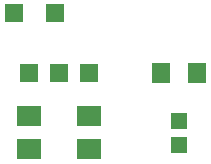
<source format=gbr>
G04 EAGLE Gerber RS-274X export*
G75*
%MOMM*%
%FSLAX34Y34*%
%LPD*%
%INSoldermask Top*%
%IPPOS*%
%AMOC8*
5,1,8,0,0,1.08239X$1,22.5*%
G01*
%ADD10R,1.403200X1.403200*%
%ADD11R,1.503200X1.803200*%
%ADD12R,1.511200X1.511200*%
%ADD13R,2.003200X1.803200*%


D10*
X266700Y65700D03*
X266700Y86700D03*
D11*
X281940Y127000D03*
X251460Y127000D03*
D12*
X139700Y127000D03*
X165100Y127000D03*
X190500Y127000D03*
X127000Y177800D03*
X162000Y177800D03*
D13*
X139700Y90200D03*
X139700Y62200D03*
X190500Y62200D03*
X190500Y90200D03*
M02*

</source>
